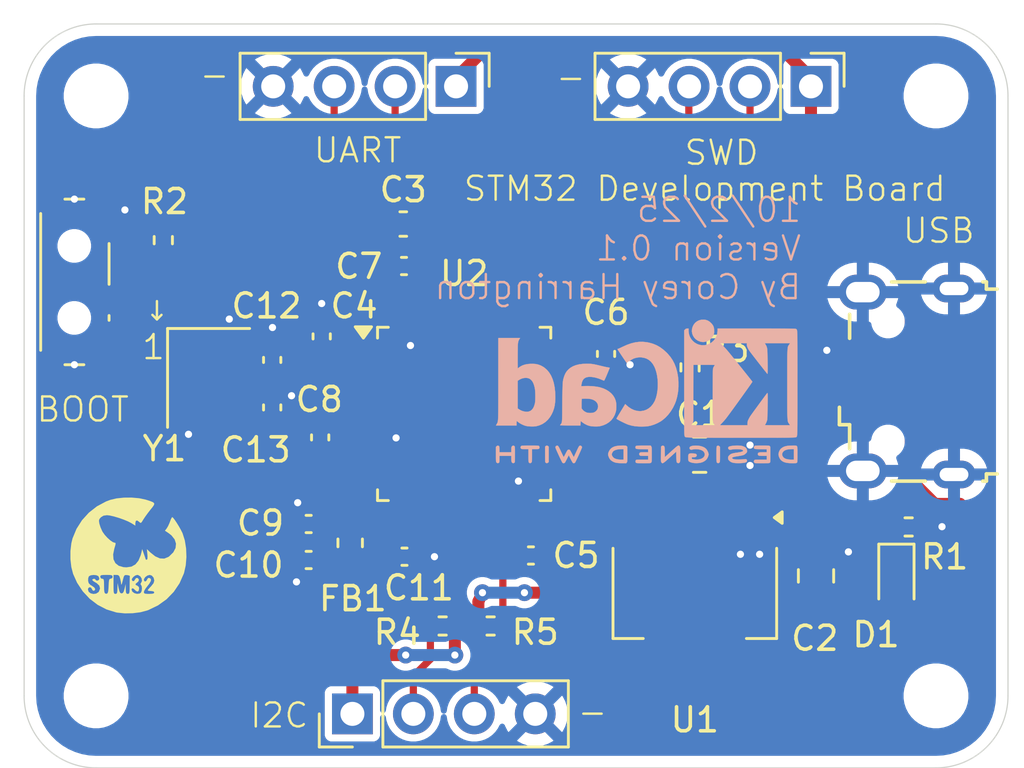
<source format=kicad_pcb>
(kicad_pcb (version 20241229) (generator "pcbnew") (generator_version "9.0")
  (layers (0 "F.Cu" signal) (2 "B.Cu" power) (13 "F.Paste" user) (15 "B.Paste" user) (5 "F.SilkS" user "F.Silkscreen") (7 "B.SilkS" user "B.Silkscreen") (1 "F.Mask" user) (3 "B.Mask" user) (25 "Edge.Cuts" user))
  (net 0 "")
  (net 1 "GND")
  (net 2 "VBUS")
  (net 3 "+3.3V")
  (net 4 "+3.3VA")
  (net 5 "/NRST")
  (net 6 "/HSE_IN")
  (net 7 "/HSE_OUT")
  (net 8 "/PWR_LED_K")
  (net 10 "/USB_D-")
  (net 11 "/USART1_TX")
  (net 12 "/USART1_RX")
  (net 13 "/SWCLK")
  (net 14 "/SWDIO")
  (net 15 "/I2C2_SCL")
  (net 16 "/I2C2_SDA")
  (net 17 "/BOOT0")
  (net 18 "/SW_BOOT0")
  (net 46 "/USB_D+")
  (footprint "Package_QFP:LQFP-48_7x7mm_P0.5mm" (layer "F.Cu") (at 65.3375 51.25)
    (property "Reference" "U2" (at 0 -5.85 0) (layer "F.SilkS"))
    (property "Value" "STM32F103C8T6" (hide yes))
    (pad "1" smd roundrect (at -4.1625 -2.75) (size 1.475 0.3) (layers "F.Cu" "F.Mask" "F.Paste") (net 3 "+3.3V"))
    (pad "2" smd roundrect (at -4.1625 -2.25) (size 1.475 0.3) (layers "F.Cu" "F.Mask" "F.Paste"))
    (pad "3" smd roundrect (at -4.1625 -1.75) (size 1.475 0.3) (layers "F.Cu" "F.Mask" "F.Paste"))
    (pad "4" smd roundrect (at -4.1625 -1.25) (size 1.475 0.3) (layers "F.Cu" "F.Mask" "F.Paste"))
    (pad "5" smd roundrect (at -4.1625 -0.75) (size 1.475 0.3) (layers "F.Cu" "F.Mask" "F.Paste") (net 6 "/HSE_IN"))
    (pad "6" smd roundrect (at -4.1625 -0.25) (size 1.475 0.3) (layers "F.Cu" "F.Mask" "F.Paste") (net 7 "/HSE_OUT"))
    (pad "7" smd roundrect (at -4.1625 0.25) (size 1.475 0.3) (layers "F.Cu" "F.Mask" "F.Paste") (net 5 "/NRST"))
    (pad "8" smd roundrect (at -4.1625 0.75) (size 1.475 0.3) (layers "F.Cu" "F.Mask" "F.Paste") (net 1 "GND"))
    (pad "9" smd roundrect (at -4.1625 1.25) (size 1.475 0.3) (layers "F.Cu" "F.Mask" "F.Paste") (net 4 "+3.3VA"))
    (pad "10" smd roundrect (at -4.1625 1.75) (size 1.475 0.3) (layers "F.Cu" "F.Mask" "F.Paste"))
    (pad "11" smd roundrect (at -4.1625 2.25) (size 1.475 0.3) (layers "F.Cu" "F.Mask" "F.Paste"))
    (pad "12" smd roundrect (at -4.1625 2.75) (size 1.475 0.3) (layers "F.Cu" "F.Mask" "F.Paste"))
    (pad "13" smd roundrect (at -2.75 4.1625) (size 0.3 1.475) (layers "F.Cu" "F.Mask" "F.Paste"))
    (pad "14" smd roundrect (at -2.25 4.1625) (size 0.3 1.475) (layers "F.Cu" "F.Mask" "F.Paste"))
    (pad "15" smd roundrect (at -1.75 4.1625) (size 0.3 1.475) (layers "F.Cu" "F.Mask" "F.Paste"))
    (pad "16" smd roundrect (at -1.25 4.1625) (size 0.3 1.475) (layers "F.Cu" "F.Mask" "F.Paste"))
    (pad "17" smd roundrect (at -0.75 4.1625) (size 0.3 1.475) (layers "F.Cu" "F.Mask" "F.Paste"))
    (pad "18" smd roundrect (at -0.25 4.1625) (size 0.3 1.475) (layers "F.Cu" "F.Mask" "F.Paste"))
    (pad "19" smd roundrect (at 0.25 4.1625) (size 0.3 1.475) (layers "F.Cu" "F.Mask" "F.Paste"))
    (pad "20" smd roundrect (at 0.75 4.1625) (size 0.3 1.475) (layers "F.Cu" "F.Mask" "F.Paste"))
    (pad "21" smd roundrect (at 1.25 4.1625) (size 0.3 1.475) (layers "F.Cu" "F.Mask" "F.Paste") (net 15 "/I2C2_SCL"))
    (pad "22" smd roundrect (at 1.75 4.1625) (size 0.3 1.475) (layers "F.Cu" "F.Mask" "F.Paste") (net 16 "/I2C2_SDA"))
    (pad "23" smd roundrect (at 2.25 4.1625) (size 0.3 1.475) (layers "F.Cu" "F.Mask" "F.Paste") (net 1 "GND"))
    (pad "24" smd roundrect (at 2.75 4.1625) (size 0.3 1.475) (layers "F.Cu" "F.Mask" "F.Paste") (net 3 "+3.3V"))
    (pad "25" smd roundrect (at 4.1625 2.75) (size 1.475 0.3) (layers "F.Cu" "F.Mask" "F.Paste"))
    (pad "26" smd roundrect (at 4.1625 2.25) (size 1.475 0.3) (layers "F.Cu" "F.Mask" "F.Paste"))
    (pad "27" smd roundrect (at 4.1625 1.75) (size 1.475 0.3) (layers "F.Cu" "F.Mask" "F.Paste"))
    (pad "28" smd roundrect (at 4.1625 1.25) (size 1.475 0.3) (layers "F.Cu" "F.Mask" "F.Paste"))
    (pad "29" smd roundrect (at 4.1625 0.75) (size 1.475 0.3) (layers "F.Cu" "F.Mask" "F.Paste"))
    (pad "30" smd roundrect (at 4.1625 0.25) (size 1.475 0.3) (layers "F.Cu" "F.Mask" "F.Paste"))
    (pad "31" smd roundrect (at 4.1625 -0.25) (size 1.475 0.3) (layers "F.Cu" "F.Mask" "F.Paste"))
    (pad "32" smd roundrect (at 4.1625 -0.75) (size 1.475 0.3) (layers "F.Cu" "F.Mask" "F.Paste") (net 10 "/USB_D-"))
    (pad "33" smd roundrect (at 4.1625 -1.25) (size 1.475 0.3) (layers "F.Cu" "F.Mask" "F.Paste") (net 46 "/USB_D+"))
    (pad "34" smd roundrect (at 4.1625 -1.75) (size 1.475 0.3) (layers "F.Cu" "F.Mask" "F.Paste") (net 14 "/SWDIO"))
    (pad "35" smd roundrect (at 4.1625 -2.25) (size 1.475 0.3) (layers "F.Cu" "F.Mask" "F.Paste") (net 1 "GND"))
    (pad "36" smd roundrect (at 4.1625 -2.75) (size 1.475 0.3) (layers "F.Cu" "F.Mask" "F.Paste") (net 3 "+3.3V"))
    (pad "37" smd roundrect (at 2.75 -4.1625) (size 0.3 1.475) (layers "F.Cu" "F.Mask" "F.Paste") (net 13 "/SWCLK"))
    (pad "38" smd roundrect (at 2.25 -4.1625) (size 0.3 1.475) (layers "F.Cu" "F.Mask" "F.Paste"))
    (pad "39" smd roundrect (at 1.75 -4.1625) (size 0.3 1.475) (layers "F.Cu" "F.Mask" "F.Paste"))
    (pad "40" smd roundrect (at 1.25 -4.1625) (size 0.3 1.475) (layers "F.Cu" "F.Mask" "F.Paste"))
    (pad "41" smd roundrect (at 0.75 -4.1625) (size 0.3 1.475) (layers "F.Cu" "F.Mask" "F.Paste"))
    (pad "42" smd roundrect (at 0.25 -4.1625) (size 0.3 1.475) (layers "F.Cu" "F.Mask" "F.Paste") (net 11 "/USART1_TX"))
    (pad "43" smd roundrect (at -0.25 -4.1625) (size 0.3 1.475) (layers "F.Cu" "F.Mask" "F.Paste") (net 12 "/USART1_RX"))
    (pad "44" smd roundrect (at -0.75 -4.1625) (size 0.3 1.475) (layers "F.Cu" "F.Mask" "F.Paste") (net 17 "/BOOT0"))
    (pad "45" smd roundrect (at -1.25 -4.1625) (size 0.3 1.475) (layers "F.Cu" "F.Mask" "F.Paste"))
    (pad "46" smd roundrect (at -1.75 -4.1625) (size 0.3 1.475) (layers "F.Cu" "F.Mask" "F.Paste"))
    (pad "47" smd roundrect (at -2.25 -4.1625) (size 0.3 1.475) (layers "F.Cu" "F.Mask" "F.Paste") (net 1 "GND"))
    (pad "48" smd roundrect (at -2.75 -4.1625) (size 0.3 1.475) (layers "F.Cu" "F.Mask" "F.Paste") (net 3 "+3.3V"))
  )
  (footprint "Inductor_SMD:L_0603_1608Metric" (layer "F.Cu") (at 60.5875 56.625 -90)
    (property "Reference" "FB1" (at 2.325 -0.1125 180) (layer "F.SilkS"))
    (property "Value" "120R" (hide yes))
    (pad "1" smd roundrect (at -0.7875 0 270) (size 0.875 0.95) (layers "F.Cu" "F.Mask" "F.Paste") (net 4 "+3.3VA"))
    (pad "2" smd roundrect (at 0.7875 0 270) (size 0.875 0.95) (layers "F.Cu" "F.Mask" "F.Paste") (net 3 "+3.3V"))
  )
  (footprint "MountingHole:MountingHole_2.2mm_M2" (layer "F.Cu") (at 50 63)
    (property "Reference" "H3")
    (property "Value" "MountingHole" (hide yes))
    (pad "" np_thru_hole circle (at 0 0) (size 2.2 2.2) (drill 2.2) (layers "*.Cu" "*.Mask"))
  )
  (footprint "Capacitor_SMD:C_0402_1005Metric" (layer "F.Cu") (at 58.8575 57.3375 180)
    (property "Reference" "C10" (at 2.5075 -0.2125 0) (layer "F.SilkS"))
    (property "Value" "1u" (hide yes))
    (pad "1" smd roundrect (at -0.48 0 180) (size 0.56 0.62) (layers "F.Cu" "F.Mask" "F.Paste") (net 3 "+3.3V"))
    (pad "2" smd roundrect (at 0.48 0 180) (size 0.56 0.62) (layers "F.Cu" "F.Mask" "F.Paste") (net 1 "GND"))
  )
  (footprint "Capacitor_SMD:C_0805_2012Metric" (layer "F.Cu") (at 75.15 52.95)
    (property "Reference" "C1" (at 0 -1.68 0) (layer "F.SilkS"))
    (property "Value" "22u" (hide yes))
    (pad "1" smd roundrect (at -0.95 0) (size 1 1.45) (layers "F.Cu" "F.Mask" "F.Paste") (net 2 "VBUS"))
    (pad "2" smd roundrect (at 0.95 0) (size 1 1.45) (layers "F.Cu" "F.Mask" "F.Paste") (net 1 "GND"))
  )
  (footprint "Capacitor_SMD:C_0402_1005Metric" (layer "F.Cu") (at 62.83 45.0875)
    (property "Reference" "C7" (at -1.88 0.0125 0) (layer "F.SilkS"))
    (property "Value" "100n" (hide yes))
    (pad "1" smd roundrect (at -0.48 0) (size 0.56 0.62) (layers "F.Cu" "F.Mask" "F.Paste") (net 3 "+3.3V"))
    (pad "2" smd roundrect (at 0.48 0) (size 0.56 0.62) (layers "F.Cu" "F.Mask" "F.Paste") (net 1 "GND"))
  )
  (footprint "Crystal:Crystal_SMD_3225-4Pin_3.2x2.5mm" (layer "F.Cu") (at 54.6875 49.75 -90)
    (property "Reference" "Y1" (at 2.95 1.8375 180) (layer "F.SilkS"))
    (property "Value" "16MHz" (hide yes))
    (pad "1" smd roundrect (at -1.1 0.85 270) (size 1.4 1.2) (layers "F.Cu" "F.Mask" "F.Paste") (roundrect_rratio 0.208333) (net 6 "/HSE_IN"))
    (pad "2" smd roundrect (at 1.1 0.85 270) (size 1.4 1.2) (layers "F.Cu" "F.Mask" "F.Paste") (roundrect_rratio 0.208333) (net 1 "GND"))
    (pad "3" smd roundrect (at 1.1 -0.85 270) (size 1.4 1.2) (layers "F.Cu" "F.Mask" "F.Paste") (roundrect_rratio 0.208333) (net 7 "/HSE_OUT"))
    (pad "4" smd roundrect (at -1.1 -0.85 270) (size 1.4 1.2) (layers "F.Cu" "F.Mask" "F.Paste") (roundrect_rratio 0.208333) (net 1 "GND"))
  )
  (footprint "Capacitor_SMD:C_0402_1005Metric" (layer "F.Cu") (at 57.3375 50.98 90)
    (property "Reference" "C13" (at -1.77 -0.6875 180) (layer "F.SilkS"))
    (property "Value" "10p" (hide yes))
    (pad "1" smd roundrect (at -0.48 0 90) (size 0.56 0.62) (layers "F.Cu" "F.Mask" "F.Paste") (net 7 "/HSE_OUT"))
    (pad "2" smd roundrect (at 0.48 0 90) (size 0.56 0.62) (layers "F.Cu" "F.Mask" "F.Paste") (net 1 "GND"))
  )
  (footprint "Capacitor_SMD:C_0402_1005Metric" (layer "F.Cu") (at 59.3375 52.23 90)
    (property "Reference" "C8" (at 1.58 -0.0375 180) (layer "F.SilkS"))
    (property "Value" "10n" (hide yes))
    (pad "1" smd roundrect (at -0.48 0 90) (size 0.56 0.62) (layers "F.Cu" "F.Mask" "F.Paste") (net 4 "+3.3VA"))
    (pad "2" smd roundrect (at 0.48 0 90) (size 0.56 0.62) (layers "F.Cu" "F.Mask" "F.Paste") (net 1 "GND"))
  )
  (footprint "Resistor_SMD:R_0402_1005Metric" (layer "F.Cu") (at 74.75 49.31 -90)
    (property "Reference" "R3" (at -0.74 -1.5 180) (layer "F.SilkS"))
    (property "Value" "1.5k" (hide yes))
    (pad "1" smd roundrect (at -0.51 0 270) (size 0.54 0.64) (layers "F.Cu" "F.Mask" "F.Paste") (net 3 "+3.3V"))
    (pad "2" smd roundrect (at 0.51 0 270) (size 0.54 0.64) (layers "F.Cu" "F.Mask" "F.Paste") (net 46 "/USB_D+"))
  )
  (footprint "MountingHole:MountingHole_2.2mm_M2" (layer "F.Cu") (at 85 38)
    (property "Reference" "H2")
    (property "Value" "MountingHole" (hide yes))
    (pad "" np_thru_hole circle (at 0 0) (size 2.2 2.2) (drill 2.2) (layers "*.Cu" "*.Mask"))
  )
  (footprint "Capacitor_SMD:C_0402_1005Metric" (layer "F.Cu") (at 59.4 48.02 90)
    (property "Reference" "C4" (at 1.27 1.35 180) (layer "F.SilkS"))
    (property "Value" "100n" (hide yes))
    (pad "1" smd roundrect (at -0.48 0 90) (size 0.56 0.62) (layers "F.Cu" "F.Mask" "F.Paste") (net 3 "+3.3V"))
    (pad "2" smd roundrect (at 0.48 0 90) (size 0.56 0.62) (layers "F.Cu" "F.Mask" "F.Paste") (net 1 "GND"))
  )
  (footprint "Resistor_SMD:R_0402_1005Metric" (layer "F.Cu") (at 83.86 55.96)
    (property "Reference" "R1" (at 1.5 1.25 0) (layer "F.SilkS"))
    (property "Value" "1.5k" (hide yes))
    (pad "1" smd roundrect (at -0.51 0) (size 0.54 0.64) (layers "F.Cu" "F.Mask" "F.Paste") (net 8 "/PWR_LED_K"))
    (pad "2" smd roundrect (at 0.51 0) (size 0.54 0.64) (layers "F.Cu" "F.Mask" "F.Paste") (net 1 "GND"))
  )
  (footprint "Capacitor_SMD:C_0805_2012Metric" (layer "F.Cu") (at 80 58 90)
    (property "Reference" "C2" (at -2.6 -0.05 180) (layer "F.SilkS"))
    (property "Value" "22u" (hide yes))
    (pad "1" smd roundrect (at -0.95 0 90) (size 1 1.45) (layers "F.Cu" "F.Mask" "F.Paste") (net 3 "+3.3V"))
    (pad "2" smd roundrect (at 0.95 0 90) (size 1 1.45) (layers "F.Cu" "F.Mask" "F.Paste") (net 1 "GND"))
  )
  (footprint "LOGO" (layer "F.Cu") (at 51.2 57.15)
    (property "Reference" "G***" (hide yes))
    (property "Value" "LOGO" (hide yes))
  )
  (footprint "MountingHole:MountingHole_2.2mm_M2" (layer "F.Cu") (at 85 63)
    (property "Reference" "H4")
    (property "Value" "MountingHole" (hide yes))
    (pad "" np_thru_hole circle (at 0 0) (size 2.2 2.2) (drill 2.2) (layers "*.Cu" "*.Mask"))
  )
  (footprint "LED_SMD:LED_0603_1608Metric" (layer "F.Cu") (at 83.35 58.1625 -90)
    (property "Reference" "D1" (at 2.2875 0.85 180) (layer "F.SilkS"))
    (property "Value" "Red" (hide yes))
    (pad "1" smd roundrect (at -0.7875 0 270) (size 0.875 0.95) (layers "F.Cu" "F.Mask" "F.Paste") (net 8 "/PWR_LED_K"))
    (pad "2" smd roundrect (at 0.7875 0 270) (size 0.875 0.95) (layers "F.Cu" "F.Mask" "F.Paste") (net 3 "+3.3V"))
  )
  (footprint "Connector_USB:USB_Micro-B_Wuerth_629105150521" (layer "F.Cu") (at 83.8 49.9 90)
    (property "Reference" "J1")
    (property "Value" "USB_B_Micro" (hide yes))
    (pad "" np_thru_hole oval (at -2.5 -0.8 90) (size 0.8 0.8) (drill 0.8) (layers "*.Cu" "*.Mask"))
    (pad "" np_thru_hole oval (at 2.5 -0.8 90) (size 0.8 0.8) (drill 0.8) (layers "*.Cu" "*.Mask"))
    (pad "1" smd rect (at -1.3 -1.9 90) (size 0.45 1.3) (layers "F.Cu" "F.Mask" "F.Paste") (net 2 "VBUS"))
    (pad "2" smd rect (at -0.65 -1.9 90) (size 0.45 1.3) (layers "F.Cu" "F.Mask" "F.Paste") (net 10 "/USB_D-"))
    (pad "3" smd rect (at 0 -1.9 90) (size 0.45 1.3) (layers "F.Cu" "F.Mask" "F.Paste") (net 46 "/USB_D+"))
    (pad "4" smd rect (at 0.65 -1.9 90) (size 0.45 1.3) (layers "F.Cu" "F.Mask" "F.Paste"))
    (pad "5" smd rect (at 1.3 -1.9 90) (size 0.45 1.3) (layers "F.Cu" "F.Mask" "F.Paste") (net 1 "GND"))
    (pad "6" thru_hole oval (at -3.875 1.95 90) (size 1.15 1.8) (drill oval 0.55 1.2) (property pad_prop_heatsink) (layers "*.Cu" "*.Mask") (net 1 "GND"))
    (pad "6" thru_hole oval (at -3.725 -1.85 90) (size 1.45 2) (drill oval 0.85 1.4) (property pad_prop_heatsink) (layers "*.Cu" "*.Mask") (net 1 "GND"))
    (pad "6" thru_hole oval (at 3.725 -1.85 90) (size 1.45 2) (drill oval 0.85 1.4) (property pad_prop_heatsink) (layers "*.Cu" "*.Mask") (net 1 "GND"))
    (pad "6" thru_hole oval (at 3.875 1.95 90) (size 1.15 1.8) (drill oval 0.55 1.2) (property pad_prop_heatsink) (layers "*.Cu" "*.Mask") (net 1 "GND"))
  )
  (footprint "Capacitor_SMD:C_0402_1005Metric" (layer "F.Cu") (at 71.25 48.75 -90)
    (property "Reference" "C6" (at -1.73 0 180) (layer "F.SilkS"))
    (property "Value" "100n" (hide yes))
    (pad "1" smd roundrect (at -0.48 0 270) (size 0.56 0.62) (layers "F.Cu" "F.Mask" "F.Paste") (net 3 "+3.3V"))
    (pad "2" smd roundrect (at 0.48 0 270) (size 0.56 0.62) (layers "F.Cu" "F.Mask" "F.Paste") (net 1 "GND"))
  )
  (footprint "Capacitor_SMD:C_0402_1005Metric" (layer "F.Cu") (at 57.3375 49 90)
    (property "Reference" "C12" (at 2.25 -0.2375 0) (layer "F.SilkS"))
    (property "Value" "10p" (hide yes))
    (pad "1" smd roundrect (at -0.48 0 90) (size 0.56 0.62) (layers "F.Cu" "F.Mask" "F.Paste") (net 6 "/HSE_IN"))
    (pad "2" smd roundrect (at 0.48 0 90) (size 0.56 0.62) (layers "F.Cu" "F.Mask" "F.Paste") (net 1 "GND"))
  )
  (footprint "Resistor_SMD:R_0402_1005Metric" (layer "F.Cu") (at 52.8 44.01 90)
    (property "Reference" "R2" (at 1.61 0.05 0) (layer "F.SilkS"))
    (property "Value" "10k" (hide yes))
    (pad "1" smd roundrect (at -0.51 0 90) (size 0.54 0.64) (layers "F.Cu" "F.Mask" "F.Paste") (net 18 "/SW_BOOT0"))
    (pad "2" smd roundrect (at 0.51 0 90) (size 0.54 0.64) (layers "F.Cu" "F.Mask" "F.Paste") (net 17 "/BOOT0"))
  )
  (footprint "Capacitor_SMD:C_0402_1005Metric" (layer "F.Cu") (at 68.12 57.15 180)
    (property "Reference" "C5" (at -1.88 0 0) (layer "F.SilkS"))
    (property "Value" "100n" (hide yes))
    (pad "1" smd roundrect (at -0.48 0 180) (size 0.56 0.62) (layers "F.Cu" "F.Mask" "F.Paste") (net 3 "+3.3V"))
    (pad "2" smd roundrect (at 0.48 0 180) (size 0.56 0.62) (layers "F.Cu" "F.Mask" "F.Paste") (net 1 "GND"))
  )
  (footprint "MountingHole:MountingHole_2.2mm_M2" (layer "F.Cu") (at 50 38)
    (property "Reference" "H1")
    (property "Value" "MountingHole" (hide yes))
    (pad "" np_thru_hole circle (at 0 0) (size 2.2 2.2) (drill 2.2) (layers "*.Cu" "*.Mask"))
  )
  (footprint "Resistor_SMD:R_0402_1005Metric" (layer "F.Cu") (at 64.44 60.0875 180)
    (property "Reference" "R4" (at 1.89 -0.2625 0) (layer "F.SilkS"))
    (property "Value" "1.5k" (hide yes))
    (pad "1" smd roundrect (at -0.51 0 180) (size 0.54 0.64) (layers "F.Cu" "F.Mask" "F.Paste") (net 3 "+3.3V"))
    (pad "2" smd roundrect (at 0.51 0 180) (size 0.54 0.64) (layers "F.Cu" "F.Mask" "F.Paste") (net 15 "/I2C2_SCL"))
  )
  (footprint "Resistor_SMD:R_0402_1005Metric" (layer "F.Cu") (at 66.44 60.0875)
    (property "Reference" "R5" (at 1.86 0.2625 0) (layer "F.SilkS"))
    (property "Value" "1.5k" (hide yes))
    (pad "1" smd roundrect (at -0.51 0) (size 0.54 0.64) (layers "F.Cu" "F.Mask" "F.Paste") (net 3 "+3.3V"))
    (pad "2" smd roundrect (at 0.51 0) (size 0.54 0.64) (layers "F.Cu" "F.Mask" "F.Paste") (net 16 "/I2C2_SDA"))
  )
  (footprint "Connector_PinHeader_2.54mm:PinHeader_1x04_P2.54mm_Vertical" (layer "F.Cu") (at 65 37.6 -90)
    (property "Reference" "J2")
    (property "Value" "Conn_01x04_Pin" (hide yes))
    (pad "1" thru_hole rect (at 0 0 270) (size 1.7 1.7) (drill 1) (layers "*.Cu" "*.Mask") (net 3 "+3.3V"))
    (pad "2" thru_hole circle (at 0 2.54 270) (size 1.7 1.7) (drill 1) (layers "*.Cu" "*.Mask") (net 11 "/USART1_TX"))
    (pad "3" thru_hole circle (at 0 5.08 270) (size 1.7 1.7) (drill 1) (layers "*.Cu" "*.Mask") (net 12 "/USART1_RX"))
    (pad "4" thru_hole circle (at 0 7.62 270) (size 1.7 1.7) (drill 1) (layers "*.Cu" "*.Mask") (net 1 "GND"))
  )
  (footprint "Connector_PinHeader_2.54mm:PinHeader_1x04_P2.54mm_Vertical" (layer "F.Cu") (at 60.68 63.75 90)
    (property "Reference" "J4")
    (property "Value" "Conn_01x04_Pin" (hide yes))
    (pad "1" thru_hole rect (at 0 0 90) (size 1.7 1.7) (drill 1) (layers "*.Cu" "*.Mask") (net 3 "+3.3V"))
    (pad "2" thru_hole circle (at 0 2.54 90) (size 1.7 1.7) (drill 1) (layers "*.Cu" "*.Mask") (net 15 "/I2C2_SCL"))
    (pad "3" thru_hole circle (at 0 5.08 90) (size 1.7 1.7) (drill 1) (layers "*.Cu" "*.Mask") (net 16 "/I2C2_SDA"))
    (pad "4" thru_hole circle (at 0 7.62 90) (size 1.7 1.7) (drill 1) (layers "*.Cu" "*.Mask") (net 1 "GND"))
  )
  (footprint "Capacitor_SMD:C_0603_1608Metric" (layer "F.Cu") (at 62.8 43.3375)
    (property "Reference" "C3" (at 0 -1.43 0) (layer "F.SilkS"))
    (property "Value" "10u" (hide yes))
    (pad "1" smd roundrect (at -0.775 0) (size 0.9 0.95) (layers "F.Cu" "F.Mask" "F.Paste") (net 3 "+3.3V"))
    (pad "2" smd roundrect (at 0.775 0) (size 0.9 0.95) (layers "F.Cu" "F.Mask" "F.Paste") (net 1 "GND"))
  )
  (footprint "Package_TO_SOT_SMD:SOT-223-3_TabPin2" (layer "F.Cu") (at 74.95 58.7 -90)
    (property "Reference" "U1" (at 5.3 0 180) (layer "F.SilkS"))
    (property "Value" "AMS1117-3.3" (hide yes))
    (pad "1" smd roundrect (at -3.15 -2.3 270) (size 2 1.5) (layers "F.Cu" "F.Mask" "F.Paste") (net 1 "GND"))
    (pad "2" smd roundrect (at -3.15 0 270) (size 2 1.5) (layers "F.Cu" "F.Mask" "F.Paste") (net 3 "+3.3V"))
    (pad "2" smd roundrect (at 3.15 0 270) (size 2 3.8) (layers "F.Cu" "F.Mask" "F.Paste") (net 3 "+3.3V"))
    (pad "3" smd roundrect (at -3.15 2.3 270) (size 2 1.5) (layers "F.Cu" "F.Mask" "F.Paste") (net 2 "VBUS"))
  )
  (footprint "Connector_PinHeader_2.54mm:PinHeader_1x04_P2.54mm_Vertical" (layer "F.Cu") (at 79.79 37.6 -90)
    (property "Reference" "J3")
    (property "Value" "Conn_01x04_Pin" (hide yes))
    (pad "1" thru_hole rect (at 0 0 270) (size 1.7 1.7) (drill 1) (layers "*.Cu" "*.Mask") (net 3 "+3.3V"))
    (pad "2" thru_hole circle (at 0 2.54 270) (size 1.7 1.7) (drill 1) (layers "*.Cu" "*.Mask") (net 14 "/SWDIO"))
    (pad "3" thru_hole circle (at 0 5.08 270) (size 1.7 1.7) (drill 1) (layers "*.Cu" "*.Mask") (net 13 "/SWCLK"))
    (pad "4" thru_hole circle (at 0 7.62 270) (size 1.7 1.7) (drill 1) (layers "*.Cu" "*.Mask") (net 1 "GND"))
  )
  (footprint "Capacitor_SMD:C_0402_1005Metric" (layer "F.Cu") (at 58.8575 55.8375 180)
    (property "Reference" "C9" (at 2.0075 0.0375 0) (layer "F.SilkS"))
    (property "Value" "1u" (hide yes))
    (pad "1" smd roundrect (at -0.48 0 180) (size 0.56 0.62) (layers "F.Cu" "F.Mask" "F.Paste") (net 4 "+3.3VA"))
    (pad "2" smd roundrect (at 0.48 0 180) (size 0.56 0.62) (layers "F.Cu" "F.Mask" "F.Paste") (net 1 "GND"))
  )
  (footprint "Button_Switch_SMD:SW_SPDT_PCM12" (layer "F.Cu") (at 49.42 45.75 -90)
    (property "Reference" "SW1")
    (property "Value" "SW_SPDT" (hide yes))
    (pad "" smd rect (at -3.65 -0.78 270) (size 1 0.8) (layers "F.Cu" "F.Mask" "F.Paste") (net 1 "GND"))
    (pad "" smd rect (at -3.65 1.43 270) (size 1 0.8) (layers "F.Cu" "F.Mask" "F.Paste") (net 1 "GND"))
    (pad "" np_thru_hole circle (at -1.5 0.33 270) (size 0.9 0.9) (drill 0.9) (layers "*.Cu" "*.Mask"))
    (pad "" np_thru_hole circle (at 1.5 0.33 270) (size 0.9 0.9) (drill 0.9) (layers "*.Cu" "*.Mask"))
    (pad "" smd rect (at 3.65 -0.78 270) (size 1 0.8) (layers "F.Cu" "F.Mask" "F.Paste") (net 1 "GND"))
    (pad "" smd rect (at 3.65 1.43 270) (size 1 0.8) (layers "F.Cu" "F.Mask" "F.Paste") (net 1 "GND"))
    (pad "1" smd rect (at -2.25 -1.43 270) (size 0.7 1.5) (layers "F.Cu" "F.Mask" "F.Paste") (net 1 "GND"))
    (pad "2" smd rect (at 0.75 -1.43 270) (size 0.7 1.5) (layers "F.Cu" "F.Mask" "F.Paste") (net 18 "/SW_BOOT0"))
    (pad "3" smd rect (at 2.25 -1.43 270) (size 0.7 1.5) (layers "F.Cu" "F.Mask" "F.Paste") (net 3 "+3.3V"))
  )
  (footprint "Capacitor_SMD:C_0402_1005Metric" (layer "F.Cu") (at 62.85 57.2)
    (property "Reference" "C11" (at 0.6 1.3 0) (layer "F.SilkS"))
    (property "Value" "100n" (hide yes))
    (pad "1" smd roundrect (at -0.48 0) (size 0.56 0.62) (layers "F.Cu" "F.Mask" "F.Paste") (net 5 "/NRST"))
    (pad "2" smd roundrect (at 0.48 0) (size 0.56 0.62) (layers "F.Cu" "F.Mask" "F.Paste") (net 1 "GND"))
  )
  (footprint "Symbol:KiCad-Logo2_5mm_SilkScreen" (layer "B.Cu") (at 72.95 50.3 180)
    (property "Reference" "REF**" (hide yes))
    (property "Value" "KiCad-Logo2_5mm_SilkScreen" (hide yes))
  )
  (gr_line (start 47 38) (end 47 63) (stroke (width 0.05)) (layer "Edge.Cuts"))
  (gr_line (start 50 66) (end 85 66) (stroke (width 0.05)) (layer "Edge.Cuts"))
  (gr_arc (start 85 35) (mid 87.12132 35.87868) (end 88 38) (stroke (width 0.05)) (layer "Edge.Cuts"))
  (gr_arc (start 88 63) (mid 87.12132 65.12132) (end 85 66) (stroke (width 0.05)) (layer "Edge.Cuts"))
  (gr_line (start 88 63) (end 88 38) (stroke (width 0.05)) (layer "Edge.Cuts"))
  (gr_arc (start 47 38) (mid 47.87868 35.87868) (end 50 35) (stroke (width 0.05)) (layer "Edge.Cuts"))
  (gr_arc (start 50 66) (mid 47.87868 65.12132) (end 47 63) (stroke (width 0.05)) (layer "Edge.Cuts"))
  (gr_line (start 85 35) (end 50 35) (stroke (width 0.05)) (layer "Edge.Cuts"))
  (gr_text "UART" (at 59 40.85 0) (layer "F.SilkS") (effects (font (size 1 1) (thickness 0.1)) (justify left bottom)))
  (gr_text "-" (at 70 64.25 0) (layer "F.SilkS") (effects (font (size 1 1) (thickness 0.1)) (justify left bottom)))
  (gr_text "USB" (at 83.55 44.2 0) (layer "F.SilkS") (effects (font (size 1 1) (thickness 0.1)) (justify left bottom)))
  (gr_text "-" (at 54.25 37.7 0) (layer "F.SilkS") (effects (font (size 1 1) (thickness 0.1)) (justify left bottom)))
  (gr_text "STM32 Development Board" (at 65.25 42.45 0) (layer "F.SilkS") (effects (font (size 1 1) (thickness 0.1)) (justify left bottom)))
  (gr_text "SWD" (at 74.45 40.95 0) (layer "F.SilkS") (effects (font (size 1 1) (thickness 0.1)) (justify left bottom)))
  (gr_text "↓\n1" (at 51.85 49.05 0) (layer "F.SilkS") (effects (font (size 1 1) (thickness 0.1)) (justify left bottom)))
  (gr_text "I2C" (at 56.35 64.4 0) (layer "F.SilkS") (effects (font (size 1 1) (thickness 0.1)) (justify left bottom)))
  (gr_text "BOOT" (at 47.45 51.65 0) (layer "F.SilkS") (effects (font (size 1 1) (thickness 0.1)) (justify left bottom)))
  (gr_text "-" (at 69.1 37.8 0) (layer "F.SilkS") (effects (font (size 1 1) (thickness 0.1)) (justify left bottom)))
  (gr_text "10/2/25\nVersion 0.1\nBy Corey Harrington\n" (at 79.45 46.55 0) (layer "B.SilkS") (effects (font (size 1 1) (thickness 0.1)) (justify left bottom mirror)))
  (segment (start 50 42.3) (end 50.2 42.1) (width 0.2) (layer "F.Cu") (net 1))
  (segment (start 63.31 45.0875) (end 63.31 44.59) (width 0.5) (layer "F.Cu") (net 1))
  (segment (start 63.0875 48.3875) (end 63.1 48.4) (width 0.3) (layer "F.Cu") (net 1))
  (segment (start 67.5875 55.4125) (end 67.5875 56.5875) (width 0.3) (layer "F.Cu") (net 1))
  (segment (start 55.5375 48.65) (end 55.5375 47.3125) (width 0.5) (layer "F.Cu") (net 1))
  (segment (start 49.095 49.2) (end 48.19 49.2) (width 0.4) (layer "F.Cu") (net 1))
  (segment (start 63.31 45.99) (end 63.31 45.0875) (width 0.3) (layer "F.Cu") (net 1))
  (segment (start 48.19 42.3) (end 47.99 42.1) (width 0.2) (layer "F.Cu") (net 1))
  (segment (start 53.8375 52.0875) (end 53.85 52.1) (width 0.5) (layer "F.Cu") (net 1))
  (segment (start 57.3375 50.5) (end 58.136383 50.5) (width 0.5) (layer "F.Cu") (net 1))
  (segment (start 58.3775 55.8375) (end 58.3775 54.9725) (width 0.5) (layer "F.Cu") (net 1))
  (segment (start 81.9 48.6) (end 80.45 48.6) (width 0.45) (layer "F.Cu") (net 1))
  (segment (start 58.3775 57.3375) (end 58.3775 58.2225) (width 0.5) (layer "F.Cu") (net 1))
  (segment (start 51.2 42.75) (end 51.2 43.5) (width 0.5) (layer "F.Cu") (net 1))
  (segment (start 63.575 44.325) (end 63.575 43.3375) (width 0.5) (layer "F.Cu") (net 1))
  (segment (start 63.0875 47.0875) (end 63.0875 46.2125) (width 0.3) (layer "F.Cu") (net 1))
  (segment (start 48.19 49.2) (end 47.99 49.4) (width 0.2) (layer "F.Cu") (net 1))
  (segment (start 67.5875 56.5875) (end 67.65 56.65) (width 0.3) (layer "F.Cu") (net 1))
  (segment (start 58.3775 54.9725) (end 58.4 54.95) (width 0.5) (layer "F.Cu") (net 1))
  (segment (start 57.3375 48.52) (end 57.3375 47.6625) (width 0.5) (layer "F.Cu") (net 1))
  (segment (start 71.25 49.23) (end 72.22 49.23) (width 0.3) (layer "F.Cu") (net 1))
  (segment (start 67.64 56.66) (end 67.64 57.15) (width 0.3) (layer "F.Cu") (net 1))
  (segment (start 53.8375 50.85) (end 53.8375 52.0875) (width 0.5) (layer "F.Cu") (net 1))
  (segment (start 57.3375 47.6625) (end 57.35 47.65) (width 0.3) (layer "F.Cu") (net 1))
  (segment (start 63.0875 46.2125) (end 63.31 45.99) (width 0.3) (layer "F.Cu") (net 1))
  (segment (start 58.3775 58.2225) (end 58.35 58.25) (width 0.5) (layer "F.Cu") (net 1))
  (segment (start 49.095 42.3) (end 48.19 42.3) (width 0.4) (layer "F.Cu") (net 1))
  (segment (start 63.0875 47.0875) (end 63.0875 48.3875) (width 0.3) (layer "F.Cu") (net 1))
  (segment (start 67.65 56.65) (end 67.64 56.66) (width 0.3) (layer "F.Cu") (net 1))
  (segment (start 62.5 52.25) (end 62.25 52) (width 0.3) (layer "F.Cu") (net 1))
  (segment (start 61.175 52) (end 62.25 52) (width 0.3) (layer "F.Cu") (net 1))
  (segment (start 49.095 42.3) (end 50 42.3) (width 0.4) (layer "F.Cu") (net 1))
  (segment (start 55.5375 47.3125) (end 55.55 47.3) (width 0.5) (layer "F.Cu") (net 1))
  (segment (start 70.572034 49.23) (end 70.342034 49) (width 0.3) (layer "F.Cu") (net 1))
  (segment (start 70.342034 49) (end 69.5 49) (width 0.3) (layer "F.Cu") (net 1))
  (segment (start 72.22 49.23) (end 72.25 49.2) (width 0.3) (layer "F.Cu") (net 1))
  (segment (start 49.095 49.2) (end 50 49.2) (width 0.4) (layer "F.Cu") (net 1))
  (segment (start 63.31 44.59) (end 63.575 44.325) (width 0.5) (layer "F.Cu") (net 1))
  (segment (start 59.4 47.54) (end 59.4 46.65) (width 0.5) (layer "F.Cu") (net 1))
  (segment (start 50 49.2) (end 50.2 49.4) (width 0.2) (layer "F.Cu") (net 1))
  (segment (start 67.5875 55.4125) (end 67.5875 54.0625) (width 0.3) (layer "F.Cu") (net 1))
  (segment (start 59.3375 51.75) (end 60.082966 51.75) (width 0.3) (layer "F.Cu") (net 1))
  (segment (start 60.332966 52) (end 61.175 52) (width 0.3) (layer "F.Cu") (net 1))
  (segment (start 60.082966 51.75) (end 60.332966 52) (width 0.3) (layer "F.Cu") (net 1))
  (segment (start 58.136383 50.5) (end 58.143948 50.492435) (width 0.3) (layer "F.Cu") (net 1))
  (segment (start 71.25 49.23) (end 70.572034 49.23) (width 0.3) (layer "F.Cu") (net 1))
  (segment (start 67.5875 54.0625) (end 67.6 54.05) (width 0.3) (layer "F.Cu") (net 1))
  (segment (start 63.33 57.2) (end 64.1 57.2) (width 0.5) (layer "F.Cu") (net 1))
  (segment (start 84.36 55.95) (end 85.25 55.95) (width 0.5) (layer "F.Cu") (net 1))
  (via (at 85.25 55.95) (size 0.7) (drill 0.3) (layers "F.Cu" "B.Cu") (net 1))
  (via (at 80.45 48.6) (size 0.7) (drill 0.3) (layers "F.Cu" "B.Cu") (net 1))
  (via (at 76.85 57.1) (size 0.7) (drill 0.3) (layers "F.Cu" "B.Cu") (net 1))
  (via (at 49.095 49.2) (size 0.7) (drill 0.3) (layers "F.Cu" "B.Cu") (net 1))
  (via (at 57.35 47.65) (size 0.7) (drill 0.3) (layers "F.Cu" "B.Cu") (net 1))
  (via (at 51.2 42.75) (size 0.7) (drill 0.3) (layers "F.Cu" "B.Cu") (net 1))
  (via (at 63.1 48.4) (size 0.7) (drill 0.3) (layers "F.Cu" "B.Cu") (net 1))
  (via (at 72.25 49.2) (size 0.7) (drill 0.3) (layers "F.Cu" "B.Cu") (net 1))
  (via (at 77.65 57.1) (size 0.7) (drill 0.3) (layers "F.Cu" "B.Cu") (net 1))
  (via (at 49.095 42.3) (size 0.7) (drill 0.3) (layers "F.Cu" "B.Cu") (net 1))
  (via (at 62.5 52.25) (size 0.7) (drill 0.3) (layers "F.Cu" "B.Cu") (net 1))
  (via (at 67.6 54.05) (size 0.7) (drill 0.3) (layers "F.Cu" "B.Cu") (net 1))
  (via (at 77.25 53.4) (size 0.7) (drill 0.3) (layers "F.Cu" "B.Cu") (net 1))
  (via (at 58.4 54.95) (size 0.7) (drill 0.3) (layers "F.Cu" "B.Cu") (net 1))
  (via (at 55.55 47.3) (size 0.7) (drill 0.3) (layers "F.Cu" "B.Cu") (net 1))
  (via (at 81.35 57) (size 0.7) (drill 0.3) (layers "F.Cu" "B.Cu") (net 1))
  (via (at 58.35 58.25) (size 0.7) (drill 0.3) (layers "F.Cu" "B.Cu") (net 1))
  (via (at 59.4 46.65) (size 0.7) (drill 0.3) (layers "F.Cu" "B.Cu") (net 1))
  (via (at 53.85 52.1) (size 0.7) (drill 0.3) (layers "F.Cu" "B.Cu") (net 1))
  (via (at 77.25 52.55) (size 0.7) (drill 0.3) (layers "F.Cu" "B.Cu") (net 1))
  (via (at 58.143948 50.492435) (size 0.7) (drill 0.3) (layers "F.Cu" "B.Cu") (net 1))
  (via (at 64.1 57.2) (size 0.7) (drill 0.3) (layers "F.Cu" "B.Cu") (net 1))
  (segment (start 81.9 51.2) (end 80.95 51.2) (width 0.45) (layer "F.Cu") (net 2))
  (segment (start 83.95 42.5) (end 82.5 41.05) (width 0.5) (layer "F.Cu") (net 3))
  (segment (start 84.55 58.95) (end 86.65 56.85) (width 0.5) (layer "F.Cu") (net 3))
  (segment (start 68.6 56.85) (end 68.6 57.15) (width 0.3) (layer "F.Cu") (net 3))
  (segment (start 83.95 43.75) (end 83.95 42.5) (width 0.5) (layer "F.Cu") (net 3))
  (segment (start 60.65 43.3375) (end 56.2625 43.3375) (width 0.5) (layer "F.Cu") (net 3))
  (segment (start 60.5875 57.4125) (end 59.4125 57.4125) (width 0.5) (layer "F.Cu") (net 3))
  (segment (start 66.25 36) (end 78.54 36) (width 0.5) (layer "F.Cu") (net 3))
  (segment (start 80.85 64.7) (end 81.75 63.8) (width 0.5) (layer "F.Cu") (net 3))
  (segment (start 79.79 40.34) (end 79.79 37.6) (width 0.5) (layer "F.Cu") (net 3))
  (segment (start 52.35 48) (end 52.35 58.3) (width 0.5) (layer "F.Cu") (net 3))
  (segment (start 55.35 61.3) (end 52.35 58.3) (width 0.5) (layer "F.Cu") (net 3))
  (segment (start 67.85 58.7) (end 70.15 58.7) (width 0.5) (layer "F.Cu") (net 3))
  (segment (start 62.025 44.275) (end 62.025 43.3375) (width 0.5) (layer "F.Cu") (net 3))
  (segment (start 70.35 48.5) (end 69.5 48.5) (width 0.3) (layer "F.Cu") (net 3))
  (segment (start 71.25 48.27) (end 72.08 48.27) (width 0.5) (layer "F.Cu") (net 3))
  (segment (start 65.93 59.07) (end 65.93 60.0875) (width 0.5) (layer "F.Cu") (net 3))
  (segment (start 62.35 44.6) (end 62.025 44.275) (width 0.5) (layer "F.Cu") (net 3))
  (segment (start 65 37.25) (end 66.25 36) (width 0.5) (layer "F.Cu") (net 3))
  (segment (start 60.5875 61.2875) (end 60.6 61.3) (width 0.5) (layer "F.Cu") (net 3))
  (segment (start 80.5 41.05) (end 79.79 40.34) (width 0.5) (layer "F.Cu") (net 3))
  (segment (start 60.6 61.4) (end 60.68 61.48) (width 0.5) (layer "F.Cu") (net 3))
  (segment (start 81.75 63.8) (end 81.75 58.95) (width 0.5) (layer "F.Cu") (net 3))
  (segment (start 70.15 58.7) (end 70.65 59.2) (width 0.5) (layer "F.Cu") (net 3))
  (segment (start 62.35 46.05) (end 62.35 45.0875) (width 0.3) (layer "F.Cu") (net 3))
  (segment (start 56.2625 43.3375) (end 52.35 47.25) (width 0.5) (layer "F.Cu") (net 3))
  (segment (start 86.65 55.65) (end 86 55) (width 0.5) (layer "F.Cu") (net 3))
  (segment (start 86.65 56.85) (end 86.65 55.65) (width 0.5) (layer "F.Cu") (net 3))
  (segment (start 60.65 46.65) (end 61.175 47.175) (width 0.3) (layer "F.Cu") (net 3))
  (segment (start 72.85 47.5) (end 73 47.35) (width 0.3) (layer "F.Cu") (net 3))
  (segment (start 71.25 48.27) (end 71.25 48.3) (width 0.3) (layer "F.Cu") (net 3))
  (segment (start 62.9 61.3) (end 60.6 61.3) (width 0.5) (layer "F.Cu") (net 3))
  (segment (start 62.5875 47.0875) (end 62.5875 46.2875) (width 0.3) (layer "F.Cu") (net 3))
  (segment (start 70.65 63.4) (end 71.95 64.7) (width 0.5) (layer "F.Cu") (net 3))
  (segment (start 71.95 64.7) (end 80.85 64.7) (width 0.5) (layer "F.Cu") (net 3))
  (segment (start 70.58 48.27) (end 70.35 48.5) (width 0.3) (layer "F.Cu") (net 3))
  (segment (start 73 47.35) (end 74.75 47.35) (width 0.5) (layer "F.Cu") (net 3))
  (segment (start 62.35 45.0875) (end 62.35 44.6) (width 0.5) (layer "F.Cu") (net 3))
  (segment (start 78.54 36) (end 79.79 37.25) (width 0.5) (layer "F.Cu") (net 3))
  (segment (start 64.95 61.3) (end 64.95 60.0875) (width 0.5) (layer "F.Cu") (net 3))
  (segment (start 50.75 48) (end 52.35 48) (width 0.5) (layer "F.Cu") (net 3))
  (segment (start 79.79 37.25) (end 79.79 37.6) (width 0.5) (layer "F.Cu") (net 3))
  (segment (start 60.6 61.3) (end 55.35 61.3) (width 0.5) (layer "F.Cu") (net 3))
  (segment (start 81.75 58.95) (end 83.35 58.95) (width 0.5) (layer "F.Cu") (net 3))
  (segment (start 82.5 41.05) (end 80.5 41.05) (width 0.5) (layer "F.Cu") (net 3))
  (segment (start 84.95 55) (end 83.95 54) (width 0.5) (layer "F.Cu") (net 3))
  (segment (start 60.6 61.3) (end 60.6 61.4) (width 0.5) (layer "F.Cu") (net 3))
  (segment (start 61.175 47.175) (end 61.175 48.5) (width 0.3) (layer "F.Cu") (net 3))
  (segment (start 64.95 60.0875) (end 65.93 60.0875) (width 0.5) (layer "F.Cu") (net 3))
  (segment (start 74.75 47.35) (end 78.35 43.75) (width 0.5) (layer "F.Cu") (net 3))
  (segment (start 59.4125 57.4125) (end 59.3375 57.3375) (width 0.5) (layer "F.Cu") (net 3))
  (segment (start 86 55) (end 84.95 55) (width 0.5) (layer "F.Cu") (net 3))
  (segment (start 83.95 54) (end 83.95 43.75) (width 0.5) (layer "F.Cu") (net 3))
  (segment (start 68.0875 55.4125) (end 68.0875 56.3375) (width 0.3) (layer "F.Cu") (net 3))
  (segment (start 60.5875 57.4125) (end 60.5875 61.2875) (width 0.5) (layer "F.Cu") (net 3))
  (segment (start 83.35 58.95) (end 84.55 58.95) (width 0.5) (layer "F.Cu") (net 3))
  (segment (start 68.0875 56.3375) (end 68.6 56.85) (width 0.3) (layer "F.Cu") (net 3))
  (segment (start 74.75 48.8) (end 74.75 47.35) (width 0.5) (layer "F.Cu") (net 3))
  (segment (start 78.35 43.75) (end 83.95 43.75) (width 0.5) (layer "F.Cu") (net 3))
  (segment (start 52.35 47.25) (end 52.35 48) (width 0.5) (layer "F.Cu") (net 3))
  (segment (start 80 58.95) (end 81.75 58.95) (width 0.5) (layer "F.Cu") (net 3))
  (segment (start 68.6 57.15) (end 70.15 58.7) (width 0.5) (layer "F.Cu") (net 3))
  (segment (start 66.1 58.7) (end 65.93 59.07) (width 0.5) (layer "F.Cu") (net 3))
  (segment (start 65 37.6) (end 65 37.25) (width 0.5) (layer "F.Cu") (net 3))
  (segment (start 60.68 61.48) (end 60.68 63.75) (width 0.5) (layer "F.Cu") (net 3))
  (segment (start 62.5875 46.2875) (end 62.35 46.05) (width 0.3) (layer "F.Cu") (net 3))
  (segment (start 71.25 48.27) (end 70.58 48.27) (width 0.3) (layer "F.Cu") (net 3))
  (segment (start 61.175 48.5) (end 59.4 48.5) (width 0.3) (layer "F.Cu") (net 3))
  (segment (start 70.65 59.2) (end 70.65 63.4) (width 0.5) (layer "F.Cu") (net 3))
  (segment (start 62.025 43.3375) (end 60.65 43.3375) (width 0.5) (layer "F.Cu") (net 3))
  (segment (start 72.08 48.27) (end 72.85 47.5) (width 0.5) (layer "F.Cu") (net 3))
  (segment (start 60.65 43.3375) (end 60.65 46.65) (width 0.3) (layer "F.Cu") (net 3))
  (via (at 62.9 61.3) (size 0.7) (drill 0.3) (layers "F.Cu" "B.Cu") (net 3))
  (via (at 64.95 61.3) (size 0.7) (drill 0.3) (layers "F.Cu" "B.Cu") (net 3))
  (via (at 66.1 58.7) (size 0.7) (drill 0.3) (layers "F.Cu" "B.Cu") (net 3))
  (via (at 67.85 58.7) (size 0.7) (drill 0.3) (layers "F.Cu" "B.Cu") (net 3))
  (segment (start 66.1 58.7) (end 67.85 58.7) (width 0.5) (layer "B.Cu") (net 3))
  (segment (start 64.95 61.3) (end 62.9 61.3) (width 0.5) (layer "B.Cu") (net 3))
  (segment (start 60.332966 52.5) (end 61.175 52.5) (width 0.3) (layer "F.Cu") (net 4))
  (segment (start 60.122966 52.71) (end 60.332966 52.5) (width 0.3) (layer "F.Cu") (net 4))
  (segment (start 59.3375 52.71) (end 60.122966 52.71) (width 0.3) (layer "F.Cu") (net 4))
  (segment (start 59.3375 55.8375) (end 59.3375 52.71) (width 0.3) (layer "F.Cu") (net 4))
  (segment (start 60.5875 55.8375) (end 59.3375 55.8375) (width 0.5) (layer "F.Cu") (net 4))
  (segment (start 62.37 57.12) (end 61.75 56.5) (width 0.3) (layer "F.Cu") (net 5))
  (segment (start 61.75 56.5) (end 61.75 54.767034) (width 0.3) (layer "F.Cu") (net 5))
  (segment (start 62.37 57.2) (end 62.37 57.17) (width 0.5) (layer "F.Cu") (net 5))
  (segment (start 63.75 52.767034) (end 63.75 52.1) (width 0.3) (layer "F.Cu") (net 5))
  (segment (start 63.75 52.1) (end 63.15 51.5) (width 0.3) (layer "F.Cu") (net 5))
  (segment (start 62.37 57.2) (end 62.37 57.12) (width 0.3) (layer "F.Cu") (net 5))
  (segment (start 61.75 54.767034) (end 63.75 52.767034) (width 0.3) (layer "F.Cu") (net 5))
  (segment (start 63.15 51.5) (end 61.175 51.5) (width 0.3) (layer "F.Cu") (net 5))
  (segment (start 60.05 50.5) (end 61.175 50.5) (width 0.3) (layer "F.Cu") (net 6))
  (segment (start 53.8375 48.65) (end 53.8375 48.7875) (width 0.3) (layer "F.Cu") (net 6))
  (segment (start 56.5 49.75) (end 56.77 49.48) (width 0.3) (layer "F.Cu") (net 6))
  (segment (start 56.77 49.48) (end 57.3375 49.48) (width 0.3) (layer "F.Cu") (net 6))
  (segment (start 57.3375 49.48) (end 59.03 49.48) (width 0.3) (layer "F.Cu") (net 6))
  (segment (start 54.8 49.75) (end 56.5 49.75) (width 0.3) (layer "F.Cu") (net 6))
  (segment (start 59.03 49.48) (end 60.05 50.5) (width 0.3) (layer "F.Cu") (net 6))
  (segment (start 53.8375 48.7875) (end 54.8 49.75) (width 0.3) (layer "F.Cu") (net 6))
  (segment (start 57.3375 51.46) (end 57.34 51.46) (width 0.3) (layer "F.Cu") (net 7))
  (segment (start 57.34 51.46) (end 57.35 51.45) (width 0.3) (layer "F.Cu") (net 7))
  (segment (start 58.9 51) (end 61.175 51) (width 0.3) (layer "F.Cu") (net 7))
  (segment (start 58.44 51.46) (end 58.9 51) (width 0.3) (layer "F.Cu") (net 7))
  (segment (start 57.3375 51.46) (end 56.1475 51.46) (width 0.3) (layer "F.Cu") (net 7))
  (segment (start 57.3375 51.46) (end 58.44 51.46) (width 0.3) (layer "F.Cu") (net 7))
  (segment (start 56.1475 51.46) (end 55.5375 50.85) (width 0.3) (layer "F.Cu") (net 7))
  (segment (start 83.35 57.375) (end 83.35 55.96) (width 0.5) (layer "F.Cu") (net 8))
  (segment (start 83.35 55.96) (end 83.34 55.95) (width 0.5) (layer "F.Cu") (net 8))
  (segment (start 69.5 50.5) (end 81.425 50.5) (width 0.2) (layer "F.Cu") (net 10))
  (segment (start 81.475 50.55) (end 81.9 50.55) (width 0.2) (layer "F.Cu") (net 10))
  (segment (start 81.425 50.5) (end 81.475 50.55) (width 0.2) (layer "F.Cu") (net 10))
  (segment (start 62.5 37.56) (end 62.46 37.6) (width 0.2) (layer "F.Cu") (net 11))
  (segment (start 62.85 39.75) (end 62.45 39.35) (width 0.3) (layer "F.Cu") (net 11))
  (segment (start 67.3 44.3) (end 67.3 40.55) (width 0.3) (layer "F.Cu") (net 11))
  (segment (start 62.5 37.25) (end 62.5 37.56) (width 0.2) (layer "F.Cu") (net 11))
  (segment (start 65.5875 46.0125) (end 67.3 44.3) (width 0.3) (layer "F.Cu") (net 11))
  (segment (start 62.45 39.35) (end 62.46 39.34) (width 0.2) (layer "F.Cu") (net 11))
  (segment (start 66.5 39.75) (end 62.85 39.75) (width 0.3) (layer "F.Cu") (net 11))
  (segment (start 67.3 40.55) (end 66.5 39.75) (width 0.3) (layer "F.Cu") (net 11))
  (segment (start 65.5875 47.0875) (end 65.5875 46.0125) (width 0.3) (layer "F.Cu") (net 11))
  (segment (start 62.46 39.34) (end 62.46 37.6) (width 0.3) (layer "F.Cu") (net 11))
  (segment (start 65.0875 44.8625) (end 65.0875 47.0875) (width 0.3) (layer "F.Cu") (net 12))
  (segment (start 59.92 39.67) (end 61.05 40.8) (width 0.3) (layer "F.Cu") (net 12))
  (segment (start 65.25 40.8) (end 66 41.55) (width 0.3) (layer "F.Cu") (net 12))
  (segment (start 66 41.55) (end 66 43.95) (width 0.3) (layer "F.Cu") (net 12))
  (segment (start 61.05 40.8) (end 65.25 40.8) (width 0.3) (layer "F.Cu") (net 12))
  (segment (start 59.92 37.6) (end 59.92 39.67) (width 0.3) (layer "F.Cu") (net 12))
  (segment (start 66 43.95) (end 65.0875 44.8625) (width 0.3) (layer "F.Cu") (net 12))
  (segment (start 74.7 39.4) (end 74.7 38.3) (width 0.3) (layer "F.Cu") (net 13))
  (segment (start 74.7 38.3) (end 74.7 37.26) (width 0.3) (layer "F.Cu") (net 13))
  (segment (start 74.71 37.27) (end 74.71 37.6) (width 0.2) (layer "F.Cu") (net 13))
  (segment (start 68.0875 47.0875) (end 68.0875 46.0125) (width 0.3) (layer "F.Cu") (net 13))
  (segment (start 74.7 37.26) (end 74.71 37.27) (width 0.2) (layer "F.Cu") (net 13))
  (segment (start 74.7 38.3) (end 74.7 38.01) (width 0.2) (layer "F.Cu") (net 13))
  (segment (start 68.0875 46.0125) (end 74.7 39.4) (width 0.3) (layer "F.Cu") (net 13))
  (segment (start 68.1 49.3) (end 68.1 48.5) (width 0.3) (layer "F.Cu") (net 14))
  (segment (start 77.25 39.35) (end 77.25 37.6) (width 0.3) (layer "F.Cu") (net 14))
  (segment (start 69.5 49.5) (end 68.3 49.5) (width 0.3) (layer "F.Cu") (net 14))
  (segment (start 68.1 48.5) (end 77.25 39.35) (width 0.3) (layer "F.Cu") (net 14))
  (segment (start 68.3 49.5) (end 68.1 49.3) (width 0.3) (layer "F.Cu") (net 14))
  (segment (start 66.5875 55.4125) (end 66.5875 56.2925) (width 0.3) (layer "F.Cu") (net 15))
  (segment (start 66.5875 56.2925) (end 63.93 58.95) (width 0.3) (layer "F.Cu") (net 15))
  (segment (start 63.22 62.18) (end 63.93 61.47) (width 0.3) (layer "F.Cu") (net 15))
  (segment (start 63.22 63.75) (end 63.22 62.18) (width 0.3) (layer "F.Cu") (net 15))
  (segment (start 63.93 61.47) (end 63.93 60.0875) (width 0.3) (layer "F.Cu") (net 15))
  (segment (start 63.93 60.0875) (end 63.93 58.95) (width 0.3) (layer "F.Cu") (net 15))
  (segment (start 65.76 62.21) (end 65.76 63.75) (width 0.3) (layer "F.Cu") (net 16))
  (segment (start 66.95 56.65) (end 67.0875 56.5125) (width 0.3) (layer "F.Cu") (net 16))
  (segment (start 65.76 62.21) (end 66.95 61.02) (width 0.3) (layer "F.Cu") (net 16))
  (segment (start 66.95 60.0875) (end 66.95 56.65) (width 0.3) (layer "F.Cu") (net 16))
  (segment (start 66.95 60.0875) (end 66.95 61) (width 0.3) (layer "F.Cu") (net 16))
  (segment (start 67.0875 56.5125) (end 67.0875 55.4125) (width 0.3) (layer "F.Cu") (net 16))
  (segment (start 67.059 59.9785) (end 66.95 60.0875) (width 0.2) (layer "F.Cu") (net 16))
  (segment (start 66.95 61.02) (end 66.95 61) (width 0.2) (layer "F.Cu") (net 16))
  (segment (start 67.0875 55.4125) (end 67.059 55.441) (width 0.2) (layer "F.Cu") (net 16))
  (segment (start 54.45 41.95) (end 52.9 43.5) (width 0.3) (layer "F.Cu") (net 17))
  (segment (start 64.15 41.95) (end 54.45 41.95) (width 0.3) (layer "F.Cu") (net 17))
  (segment (start 52.9 43.5) (end 52.8 43.5) (width 0.2) (layer "F.Cu") (net 17))
  (segment (start 64.5875 42.3875) (end 64.15 41.95) (width 0.3) (layer "F.Cu") (net 17))
  (segment (start 64.5875 47.0875) (end 64.5875 42.3875) (width 0.3) (layer "F.Cu") (net 17))
  (segment (start 51.15 45.3) (end 52.55 45.3) (width 0.3) (layer "F.Cu") (net 18))
  (segment (start 50.75 46.5) (end 50.75 45.7) (width 0.3) (layer "F.Cu") (net 18))
  (segment (start 52.8 45.05) (end 52.8 44.52) (width 0.3) (layer "F.Cu") (net 18))
  (segment (start 50.75 45.7) (end 51.15 45.3) (width 0.3) (layer "F.Cu") (net 18))
  (segment (start 50.76 46.51) (end 50.75 46.5) (width 0.2) (layer "F.Cu") (net 18))
  (segment (start 52.55 45.3) (end 52.8 45.05) (width 0.3) (layer "F.Cu") (net 18))
  (segment (start 69.5 50) (end 81.375 50) (width 0.2) (layer "F.Cu") (net 46))
  (segment (start 81.375 50) (end 81.475 49.9) (width 0.2) (layer "F.Cu") (net 46))
  (segment (start 81.475 49.9) (end 81.9 49.9) (width 0.2) (layer "F.Cu") (net 46))
  (zone (net 3) (net_name "+3.3V") (layer "F.Cu") (priority 3) (connect_pads yes (clearance 0.3)) (min_thickness 0.25) (fill yes (thermal_gap 0.5) (thermal_bridge_width 0.5))
    (polygon (pts (xy 73.45 63.1) (xy 72.9 62.6) (xy 72.9 58.3) (xy 74.1 57.1) (xy 74.1 54.8) (xy 74.35 54.5) (xy 75.6 54.5) (xy 75.85 54.8) (xy 75.85 57.65) (xy 76.5 58.35) (xy 80.65 58.35) (xy 80.95 58.7) (xy 80.95 62.35) (xy 80.55 63) (xy 73.35 63)))
  )
  (zone (net 1) (net_name "GND") (layer "F.Cu") (priority 1) (connect_pads yes (clearance 0.3)) (min_thickness 0.25) (fill yes (thermal_gap 0.5) (thermal_bridge_width 0.5))
    (polygon (pts (xy 75.85 51.95) (xy 77.35 51.95) (xy 78.2 52.95) (xy 78.2 55.9) (xy 78.6 56.3) (xy 81.35 56.3) (xy 81.65 56.65) (xy 81.65 57.4) (xy 81.35 57.75) (xy 76.7 57.75) (xy 76.3 57.3) (xy 76.3 54.45) (xy 75.9 54) (xy 75.65 54) (xy 75.35 53.65) (xy 75.35 52.3)))
  )
  (zone (net 2) (net_name "VBUS") (layer "F.Cu") (priority 2) (connect_pads yes (clearance 0.3)) (min_thickness 0.25) (fill yes (thermal_gap 0.5) (thermal_bridge_width 0.5))
    (polygon (pts (xy 71.7 56.35) (xy 71.7 54.45) (xy 72.7 53.5) (xy 72.7 52.05) (xy 74.05 50.95) (xy 82.55 50.95) (xy 82.55 51.45) (xy 75.35 51.45) (xy 74.7 52.1) (xy 74.7 53.6) (xy 74.45 53.8) (xy 73.75 53.8) (xy 73.55 54.05) (xy 73.55 56.35) (xy 73.15 56.8) (xy 72.15 56.8)))
  )
  (zone (net 1) (net_name "GND") (layer "B.Cu") (connect_pads (clearance 0.3)) (min_thickness 0.25) (fill yes (thermal_gap 0.5) (thermal_bridge_width 0.5))
    (polygon (pts (xy 47 35) (xy 88 35) (xy 88 66) (xy 47 66)))
  )
)
</source>
